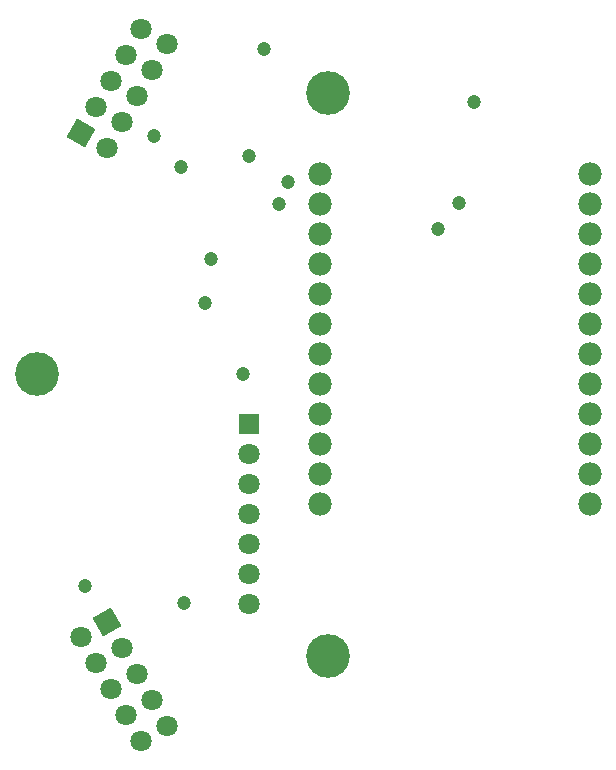
<source format=gbs>
G04*
G04 #@! TF.GenerationSoftware,Altium Limited,Altium Designer,20.0.14 (345)*
G04*
G04 Layer_Color=16711935*
%FSLAX43Y43*%
%MOMM*%
G71*
G01*
G75*
%ADD13C,1.981*%
%ADD14C,1.803*%
%ADD15R,1.803X1.803*%
%ADD16P,2.550X4X345.0*%
%ADD17P,2.550X4X105.0*%
%ADD18C,3.703*%
%ADD19C,1.203*%
D13*
X10860Y17410D02*
D03*
Y14870D02*
D03*
Y12330D02*
D03*
Y9790D02*
D03*
Y7250D02*
D03*
Y4710D02*
D03*
Y2170D02*
D03*
Y-370D02*
D03*
Y-2910D02*
D03*
Y-5450D02*
D03*
Y-7990D02*
D03*
Y-10530D02*
D03*
X-12000Y17410D02*
D03*
Y14870D02*
D03*
Y12330D02*
D03*
Y9790D02*
D03*
Y7250D02*
D03*
Y4710D02*
D03*
Y2170D02*
D03*
Y-370D02*
D03*
Y-2910D02*
D03*
Y-5450D02*
D03*
Y-7990D02*
D03*
Y-10530D02*
D03*
D14*
X-18000Y-16436D02*
D03*
Y-11356D02*
D03*
Y-6276D02*
D03*
Y-8816D02*
D03*
Y-13896D02*
D03*
Y-18976D02*
D03*
X-24960Y-29299D02*
D03*
X-26230Y-27099D02*
D03*
X-27500Y-24900D02*
D03*
X-28770Y-22700D02*
D03*
X-32240Y-21770D02*
D03*
X-30970Y-23970D02*
D03*
X-29700Y-26170D02*
D03*
X-28430Y-28369D02*
D03*
X-27160Y-30569D02*
D03*
Y29700D02*
D03*
X-28430Y27500D02*
D03*
X-29700Y25300D02*
D03*
X-30970Y23101D02*
D03*
X-30040Y19631D02*
D03*
X-28770Y21831D02*
D03*
X-27500Y24030D02*
D03*
X-26230Y26230D02*
D03*
X-24960Y28430D02*
D03*
D15*
X-18000Y-3736D02*
D03*
D16*
X-30040Y-20500D02*
D03*
D17*
X-32240Y20901D02*
D03*
D18*
X-36000Y465D02*
D03*
X-11356Y-23357D02*
D03*
Y24287D02*
D03*
D19*
X-23750Y18000D02*
D03*
X-26053Y20697D02*
D03*
X-18000Y19000D02*
D03*
X-16750Y28000D02*
D03*
X1000Y23500D02*
D03*
X-15500Y14870D02*
D03*
X-14750Y16750D02*
D03*
X-250Y15000D02*
D03*
X-2000Y12750D02*
D03*
X-18500Y465D02*
D03*
X-21250Y10250D02*
D03*
X-21750Y6500D02*
D03*
X-31876Y-17411D02*
D03*
X-23500Y-18892D02*
D03*
M02*

</source>
